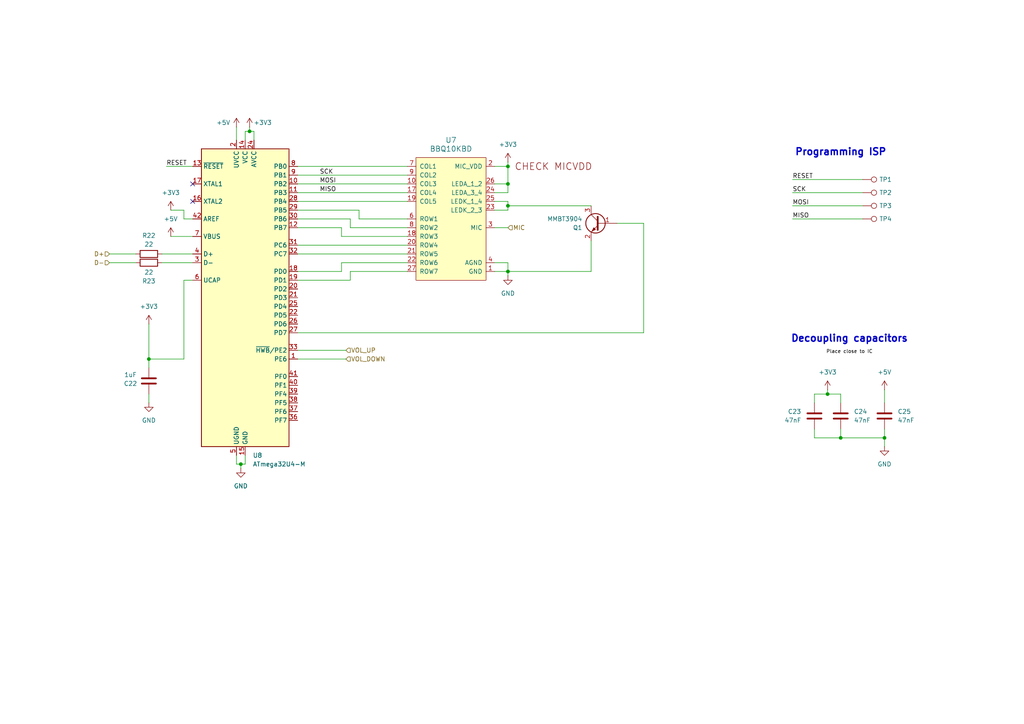
<source format=kicad_sch>
(kicad_sch (version 20231120) (generator "eeschema") (generator_version "8.0")
  (paper "A4")
  (title_block (title "Keyboard") (date "2025-01-24 - 2025-01-26") (rev "Prototype v0") (company "xamuel.xyz"))
  (lib_symbols
    (symbol "Connector:TestPoint" (pin_numbers hide) (pin_names (offset 0.762) hide)
      (property "Reference" "TP" (at 0 6.858 0))
      (property "Value" "TestPoint" (at 0 5.08 0))
      (symbol "TestPoint_0_1"
        (circle (center 0 3.302) (radius 0.762))
      )
      (symbol "TestPoint_1_1"
        (pin passive line (at 0 0 90) (length 2.54) (name "1") (number "1"))
      )
    )
    (symbol "Device:C" (pin_numbers hide) (pin_names (offset 0.254))
      (property "Reference" "C" (at 0.635 2.54 0))
      (property "Value" "C" (at 0.635 -2.54 0))
      (symbol "C_0_1"
        (polyline (pts (xy -2.032 -0.762) (xy 2.032 -0.762)) (stroke (width 0.508)))
        (polyline (pts (xy -2.032 0.762) (xy 2.032 0.762)) (stroke (width 0.508)))
      )
      (symbol "C_1_1"
        (pin passive line (at 0 3.81 270) (length 2.794) (name "~") (number "1"))
        (pin passive line (at 0 -3.81 90) (length 2.794) (name "~") (number "2"))
      )
    )
    (symbol "Device:R" (pin_numbers hide) (pin_names (offset 0))
      (property "Reference" "R" (at 2.032 0 90))
      (property "Value" "R" (at 0 0 90))
      (symbol "R_0_1"
        (rectangle (start -1.016 -2.54) (end 1.016 2.54) (stroke (width 0.254)))
      )
      (symbol "R_1_1"
        (pin passive line (at 0 3.81 270) (length 1.27) (name "~") (number "1"))
        (pin passive line (at 0 -3.81 90) (length 1.27) (name "~") (number "2"))
      )
    )
    (symbol "MCU_Microchip_ATmega:ATmega32U4-M"
      (property "Reference" "U" (at -12.7 44.45 0))
      (property "Value" "ATmega32U4-M" (at 2.54 -44.45 0))
      (symbol "ATmega32U4-M_0_1"
        (rectangle (start -12.7 -43.18) (end 12.7 43.18) (stroke (width 0.254)) (fill (type background)))
      )
      (symbol "ATmega32U4-M_1_1"
        (pin bidirectional line (at 15.24 -17.78 180) (length 2.54) (name "PE6") (number "1"))
        (pin bidirectional line (at 15.24 33.02 180) (length 2.54) (name "PB2") (number "10"))
        (pin bidirectional line (at 15.24 30.48 180) (length 2.54) (name "PB3") (number "11"))
        (pin bidirectional line (at 15.24 20.32 180) (length 2.54) (name "PB7") (number "12"))
        (pin input line (at -15.24 38.1 0) (length 2.54) (name "~{RESET}") (number "13"))
        (pin power_in line (at 0 45.72 270) (length 2.54) (name "VCC") (number "14"))
        (pin power_in line (at 0 -45.72 90) (length 2.54) (name "GND") (number "15"))
        (pin output line (at -15.24 27.94 0) (length 2.54) (name "XTAL2") (number "16"))
        (pin input line (at -15.24 33.02 0) (length 2.54) (name "XTAL1") (number "17"))
        (pin bidirectional line (at 15.24 7.62 180) (length 2.54) (name "PD0") (number "18"))
        (pin bidirectional line (at 15.24 5.08 180) (length 2.54) (name "PD1") (number "19"))
        (pin power_in line (at -2.54 45.72 270) (length 2.54) (name "UVCC") (number "2"))
        (pin bidirectional line (at 15.24 2.54 180) (length 2.54) (name "PD2") (number "20"))
        (pin bidirectional line (at 15.24 0 180) (length 2.54) (name "PD3") (number "21"))
        (pin bidirectional line (at 15.24 -5.08 180) (length 2.54) (name "PD5") (number "22"))
        (pin passive line (at 0 -45.72 90) (length 2.54) hide (name "GND") (number "23"))
        (pin power_in line (at 2.54 45.72 270) (length 2.54) (name "AVCC") (number "24"))
        (pin bidirectional line (at 15.24 -2.54 180) (length 2.54) (name "PD4") (number "25"))
        (pin bidirectional line (at 15.24 -7.62 180) (length 2.54) (name "PD6") (number "26"))
        (pin bidirectional line (at 15.24 -10.16 180) (length 2.54) (name "PD7") (number "27"))
        (pin bidirectional line (at 15.24 27.94 180) (length 2.54) (name "PB4") (number "28"))
        (pin bidirectional line (at 15.24 25.4 180) (length 2.54) (name "PB5") (number "29"))
        (pin bidirectional line (at -15.24 10.16 0) (length 2.54) (name "D-") (number "3"))
        (pin bidirectional line (at 15.24 22.86 180) (length 2.54) (name "PB6") (number "30"))
        (pin bidirectional line (at 15.24 15.24 180) (length 2.54) (name "PC6") (number "31"))
        (pin bidirectional line (at 15.24 12.7 180) (length 2.54) (name "PC7") (number "32"))
        (pin bidirectional line (at 15.24 -15.24 180) (length 2.54) (name "~{HWB}/PE2") (number "33"))
        (pin passive line (at 0 45.72 270) (length 2.54) hide (name "VCC") (number "34"))
        (pin passive line (at 0 -45.72 90) (length 2.54) hide (name "GND") (number "35"))
        (pin bidirectional line (at 15.24 -35.56 180) (length 2.54) (name "PF7") (number "36"))
        (pin bidirectional line (at 15.24 -33.02 180) (length 2.54) (name "PF6") (number "37"))
        (pin bidirectional line (at 15.24 -30.48 180) (length 2.54) (name "PF5") (number "38"))
        (pin bidirectional line (at 15.24 -27.94 180) (length 2.54) (name "PF4") (number "39"))
        (pin bidirectional line (at -15.24 12.7 0) (length 2.54) (name "D+") (number "4"))
        (pin bidirectional line (at 15.24 -25.4 180) (length 2.54) (name "PF1") (number "40"))
        (pin bidirectional line (at 15.24 -22.86 180) (length 2.54) (name "PF0") (number "41"))
        (pin passive line (at -15.24 22.86 0) (length 2.54) (name "AREF") (number "42"))
        (pin passive line (at 0 -45.72 90) (length 2.54) hide (name "GND") (number "43"))
        (pin passive line (at 2.54 45.72 270) (length 2.54) hide (name "AVCC") (number "44"))
        (pin passive line (at 0 -45.72 90) (length 2.54) hide (name "GND") (number "45"))
        (pin passive line (at -2.54 -45.72 90) (length 2.54) (name "UGND") (number "5"))
        (pin passive line (at -15.24 5.08 0) (length 2.54) (name "UCAP") (number "6"))
        (pin input line (at -15.24 17.78 0) (length 2.54) (name "VBUS") (number "7"))
        (pin bidirectional line (at 15.24 38.1 180) (length 2.54) (name "PB0") (number "8"))
        (pin bidirectional line (at 15.24 35.56 180) (length 2.54) (name "PB1") (number "9"))
      )
    )
    (symbol "Transistor_BJT:MMBT3904" (pin_names (offset 0) hide)
      (property "Reference" "Q" (at 5.08 1.905 0))
      (property "Value" "MMBT3904" (at 5.08 0 0))
      (symbol "MMBT3904_0_1"
        (polyline (pts (xy 0.635 0.635) (xy 2.54 2.54)))
        (polyline (pts (xy 0.635 -0.635) (xy 2.54 -2.54) (xy 2.54 -2.54)))
        (polyline (pts (xy 0.635 1.905) (xy 0.635 -1.905) (xy 0.635 -1.905)) (stroke (width 0.508)))
        (polyline (pts (xy 1.27 -1.778) (xy 1.778 -1.27) (xy 2.286 -2.286) (xy 1.27 -1.778) (xy 1.27 -1.778)) (fill (type outline)))
        (circle (center 1.27 0) (radius 2.8194) (stroke (width 0.254)))
      )
      (symbol "MMBT3904_1_1"
        (pin input line (at -5.08 0 0) (length 5.715) (name "B") (number "1"))
        (pin passive line (at 2.54 -5.08 90) (length 2.54) (name "E") (number "2"))
        (pin passive line (at 2.54 5.08 270) (length 2.54) (name "C") (number "3"))
      )
    )
    (symbol "linuxpocket:BBQ10KBD" (pin_names (offset 1.016))
      (property "Reference" "U" (at 10.16 19.05 0))
      (property "Value" "BBQ10KBD" (at 1.27 -19.05 0))
      (symbol "BBQ10KBD_0_1"
        (rectangle (start -10.16 17.78) (end 10.16 -17.78) (fill (type background)))
      )
      (symbol "BBQ10KBD_1_1"
        (pin power_in line (at -12.7 -15.24 0) (length 2.54) (name "GND") (number "1"))
        (pin output line (at 12.7 10.16 180) (length 2.54) (name "COL3") (number "10"))
        (pin passive line (at -12.7 -15.24 0) (length 2.54) hide (name "GND") (number "11"))
        (pin passive line (at -12.7 -15.24 0) (length 2.54) hide (name "GND") (number "12"))
        (pin passive line (at -12.7 -15.24 0) (length 2.54) hide (name "GND") (number "13"))
        (pin passive line (at -12.7 -15.24 0) (length 2.54) hide (name "GND") (number "14"))
        (pin passive line (at -12.7 -15.24 0) (length 2.54) hide (name "GND") (number "15"))
        (pin passive line (at -12.7 -15.24 0) (length 2.54) hide (name "GND") (number "16"))
        (pin output line (at 12.7 7.62 180) (length 2.54) (name "COL4") (number "17"))
        (pin output line (at 12.7 -5.08 180) (length 2.54) (name "ROW3") (number "18"))
        (pin output line (at 12.7 5.08 180) (length 2.54) (name "COL5") (number "19"))
        (pin power_in line (at -12.7 15.24 0) (length 2.54) (name "MIC_VDD") (number "2"))
        (pin output line (at 12.7 -7.62 180) (length 2.54) (name "ROW4") (number "20"))
        (pin output line (at 12.7 -10.16 180) (length 2.54) (name "ROW5") (number "21"))
        (pin output line (at 12.7 -12.7 180) (length 2.54) (name "ROW6") (number "22"))
        (pin input line (at -12.7 2.54 0) (length 2.54) (name "LEDK_2_3") (number "23"))
        (pin power_in line (at -12.7 7.62 0) (length 2.54) (name "LEDA_3_4") (number "24"))
        (pin input line (at -12.7 5.08 0) (length 2.54) (name "LEDK_1_4") (number "25"))
        (pin power_in line (at -12.7 10.16 0) (length 2.54) (name "LEDA_1_2") (number "26"))
        (pin output line (at 12.7 -15.24 180) (length 2.54) (name "ROW7") (number "27"))
        (pin passive line (at -12.7 -15.24 0) (length 2.54) hide (name "GND") (number "28"))
        (pin output line (at -12.7 -2.54 0) (length 2.54) (name "MIC") (number "3"))
        (pin power_in line (at -12.7 -12.7 0) (length 2.54) (name "AGND") (number "4"))
        (pin passive line (at -12.7 -15.24 0) (length 2.54) hide (name "GND") (number "5"))
        (pin output line (at 12.7 0 180) (length 2.54) (name "ROW1") (number "6"))
        (pin output line (at 12.7 15.24 180) (length 2.54) (name "COL1") (number "7"))
        (pin output line (at 12.7 -2.54 180) (length 2.54) (name "ROW2") (number "8"))
        (pin output line (at 12.7 12.7 180) (length 2.54) (name "COL2") (number "9"))
      )
    )
    (symbol "power:+3V3" (power) (pin_numbers hide) (pin_names (offset 0) hide)
      (property "Value" "+3V3" (at 0 3.556 0))
      (symbol "+3V3_0_1"
        (polyline (pts (xy -0.762 1.27) (xy 0 2.54)))
        (polyline (pts (xy 0 0) (xy 0 2.54)))
        (polyline (pts (xy 0 2.54) (xy 0.762 1.27)))
      )
      (symbol "+3V3_1_1"
        (pin power_in line (at 0 0 90) (length 0) (name "~") (number "1"))
      )
    )
    (symbol "power:+5V" (power) (pin_numbers hide) (pin_names (offset 0) hide)
      (property "Value" "+5V" (at 0 3.556 0))
      (symbol "+5V_0_1"
        (polyline (pts (xy -0.762 1.27) (xy 0 2.54)))
        (polyline (pts (xy 0 0) (xy 0 2.54)))
        (polyline (pts (xy 0 2.54) (xy 0.762 1.27)))
      )
      (symbol "+5V_1_1"
        (pin power_in line (at 0 0 90) (length 0) (name "~") (number "1"))
      )
    )
    (symbol "power:GND" (power) (pin_numbers hide) (pin_names (offset 0) hide)
      (property "Value" "GND" (at 0 -3.81 0))
      (symbol "GND_0_1"
        (polyline (pts (xy 0 0) (xy 0 -1.27) (xy 1.27 -1.27) (xy 0 -2.54) (xy -1.27 -1.27) (xy 0 -1.27)))
      )
      (symbol "GND_1_1"
        (pin power_in line (at 0 0 270) (length 0) (name "~") (number "1"))
      )
    )
  )
  (junction (at 72.39 38.1))
  (junction (at 147.32 59.69))
  (junction (at 256.54 127))
  (junction (at 147.32 48.26))
  (junction (at 240.03 114.3))
  (junction (at 147.32 78.74))
  (junction (at 69.85 134.62))
  (junction (at 243.84 127))
  (junction (at 147.32 53.34))
  (junction (at 43.18 104.14))
  (no_connect (at 55.88 58.42))
  (no_connect (at 55.88 53.34))
  (wire (pts (xy 86.36 66.04) (xy 99.06 66.04)))
  (wire (pts (xy 101.6 78.74) (xy 118.11 78.74)))
  (wire (pts (xy 86.36 104.14) (xy 100.33 104.14)))
  (wire (pts (xy 72.39 38.1) (xy 73.66 38.1)))
  (wire (pts (xy 86.36 101.6) (xy 100.33 101.6)))
  (wire (pts (xy 69.85 134.62) (xy 69.85 135.89)))
  (wire (pts (xy 46.99 73.66) (xy 55.88 73.66)))
  (wire (pts (xy 171.45 78.74) (xy 147.32 78.74)))
  (wire (pts (xy 229.87 63.5) (xy 250.19 63.5)))
  (wire (pts (xy 99.06 78.74) (xy 99.06 76.2)))
  (wire (pts (xy 49.53 68.58) (xy 55.88 68.58)))
  (wire (pts (xy 101.6 81.28) (xy 101.6 78.74)))
  (wire (pts (xy 53.34 60.96) (xy 53.34 63.5)))
  (wire (pts (xy 86.36 71.12) (xy 118.11 71.12)))
  (wire (pts (xy 147.32 78.74) (xy 147.32 76.2)))
  (wire (pts (xy 147.32 60.96) (xy 143.51 60.96)))
  (wire (pts (xy 86.36 78.74) (xy 99.06 78.74)))
  (wire (pts (xy 86.36 73.66) (xy 118.11 73.66)))
  (wire (pts (xy 147.32 53.34) (xy 147.32 55.88)))
  (wire (pts (xy 101.6 66.04) (xy 101.6 63.5)))
  (wire (pts (xy 147.32 58.42) (xy 147.32 59.69)))
  (wire (pts (xy 72.39 36.83) (xy 72.39 38.1)))
  (wire (pts (xy 86.36 48.26) (xy 118.11 48.26)))
  (wire (pts (xy 99.06 68.58) (xy 99.06 66.04)))
  (wire (pts (xy 53.34 63.5) (xy 55.88 63.5)))
  (wire (pts (xy 53.34 81.28) (xy 55.88 81.28)))
  (wire (pts (xy 143.51 58.42) (xy 147.32 58.42)))
  (wire (pts (xy 171.45 69.85) (xy 171.45 78.74)))
  (wire (pts (xy 73.66 38.1) (xy 73.66 40.64)))
  (wire (pts (xy 229.87 55.88) (xy 250.19 55.88)))
  (wire (pts (xy 240.03 113.03) (xy 240.03 114.3)))
  (wire (pts (xy 71.12 38.1) (xy 72.39 38.1)))
  (wire (pts (xy 86.36 58.42) (xy 118.11 58.42)))
  (wire (pts (xy 53.34 104.14) (xy 43.18 104.14)))
  (wire (pts (xy 229.87 59.69) (xy 250.19 59.69)))
  (wire (pts (xy 147.32 48.26) (xy 147.32 53.34)))
  (wire (pts (xy 236.22 116.84) (xy 236.22 114.3)))
  (wire (pts (xy 143.51 66.04) (xy 147.32 66.04)))
  (wire (pts (xy 243.84 127) (xy 243.84 124.46)))
  (wire (pts (xy 101.6 66.04) (xy 118.11 66.04)))
  (wire (pts (xy 143.51 53.34) (xy 147.32 53.34)))
  (wire (pts (xy 86.36 55.88) (xy 118.11 55.88)))
  (wire (pts (xy 147.32 46.99) (xy 147.32 48.26)))
  (wire (pts (xy 256.54 129.54) (xy 256.54 127)))
  (wire (pts (xy 147.32 59.69) (xy 147.32 60.96)))
  (wire (pts (xy 68.58 134.62) (xy 69.85 134.62)))
  (wire (pts (xy 86.36 96.52) (xy 186.69 96.52)))
  (wire (pts (xy 68.58 132.08) (xy 68.58 134.62)))
  (wire (pts (xy 147.32 78.74) (xy 143.51 78.74)))
  (wire (pts (xy 147.32 59.69) (xy 171.45 59.69)))
  (wire (pts (xy 147.32 55.88) (xy 143.51 55.88)))
  (wire (pts (xy 46.99 76.2) (xy 55.88 76.2)))
  (wire (pts (xy 86.36 81.28) (xy 101.6 81.28)))
  (wire (pts (xy 99.06 76.2) (xy 118.11 76.2)))
  (wire (pts (xy 229.87 52.07) (xy 250.19 52.07)))
  (wire (pts (xy 31.75 73.66) (xy 39.37 73.66)))
  (wire (pts (xy 147.32 78.74) (xy 147.32 80.01)))
  (wire (pts (xy 143.51 76.2) (xy 147.32 76.2)))
  (wire (pts (xy 43.18 114.3) (xy 43.18 116.84)))
  (wire (pts (xy 69.85 134.62) (xy 71.12 134.62)))
  (wire (pts (xy 104.14 63.5) (xy 118.11 63.5)))
  (wire (pts (xy 43.18 104.14) (xy 43.18 106.68)))
  (wire (pts (xy 240.03 114.3) (xy 243.84 114.3)))
  (wire (pts (xy 243.84 114.3) (xy 243.84 116.84)))
  (wire (pts (xy 48.26 48.26) (xy 55.88 48.26)))
  (wire (pts (xy 86.36 63.5) (xy 101.6 63.5)))
  (wire (pts (xy 31.75 76.2) (xy 39.37 76.2)))
  (wire (pts (xy 86.36 60.96) (xy 104.14 60.96)))
  (wire (pts (xy 86.36 53.34) (xy 118.11 53.34)))
  (wire (pts (xy 71.12 132.08) (xy 71.12 134.62)))
  (wire (pts (xy 236.22 127) (xy 243.84 127)))
  (wire (pts (xy 104.14 63.5) (xy 104.14 60.96)))
  (wire (pts (xy 256.54 124.46) (xy 256.54 127)))
  (wire (pts (xy 143.51 48.26) (xy 147.32 48.26)))
  (wire (pts (xy 236.22 124.46) (xy 236.22 127)))
  (wire (pts (xy 68.58 36.83) (xy 68.58 40.64)))
  (wire (pts (xy 71.12 38.1) (xy 71.12 40.64)))
  (wire (pts (xy 99.06 68.58) (xy 118.11 68.58)))
  (wire (pts (xy 53.34 81.28) (xy 53.34 104.14)))
  (wire (pts (xy 256.54 127) (xy 243.84 127)))
  (wire (pts (xy 236.22 114.3) (xy 240.03 114.3)))
  (wire (pts (xy 86.36 50.8) (xy 118.11 50.8)))
  (wire (pts (xy 43.18 93.98) (xy 43.18 104.14)))
  (wire (pts (xy 186.69 96.52) (xy 186.69 64.77)))
  (wire (pts (xy 256.54 113.03) (xy 256.54 116.84)))
  (wire (pts (xy 49.53 60.96) (xy 53.34 60.96)))
  (wire (pts (xy 186.69 64.77) (xy 179.07 64.77)))
  (text "Decoupling capacitors" (at 246.38 98.298 0) (effects (font (size 2 2) (thickness 0.4) (bold yes))))
  (text "CHECK MICVDD" (at 160.528 48.514 0) (effects (font (size 2 2))))
  (text "Place close to IC" (at 246.38 102.108 0) (effects (font (size 1 1) (thickness 0.125))))
  (text "Programming ISP" (at 243.84 44.196 0) (effects (font (size 2 2) (thickness 0.4) (bold yes))))
  (label "MOSI" (at 92.71 53.34 0))
  (label "MISO" (at 92.71 55.88 0))
  (label "RESET" (at 229.87 52.07 0))
  (label "SCK" (at 229.87 55.88 0))
  (label "RESET" (at 48.26 48.26 0))
  (label "MOSI" (at 229.87 59.69 0))
  (label "SCK" (at 92.71 50.8 0))
  (label "MISO" (at 229.87 63.5 0))
  (hierarchical_label "VOL_DOWN" (shape input) (at 100.33 104.14 0))
  (hierarchical_label "D+" (shape input) (at 31.75 73.66 180))
  (hierarchical_label "D-" (shape input) (at 31.75 76.2 180))
  (hierarchical_label "MIC" (shape input) (at 147.32 66.04 0))
  (hierarchical_label "VOL_UP" (shape input) (at 100.33 101.6 0))
  (symbol (lib_id "Connector:TestPoint") (at 250.19 59.69 270) (unit 1)
    (property "Reference" "TP3" (at 255.016 59.69 90) (effects (justify left)))
    (property "Value" "TestPoint" (effects (hide yes)))
    (property "Description" "test point" (effects (hide yes)))
  )
  (symbol (lib_id "power:GND") (at 43.18 116.84 0) (unit 1)
    (property "Reference" "#PWR053" (effects (hide yes)))
    (property "Value" "GND" (at 43.18 121.92 0))
    (property "Description" "Power symbol creates a global label with name \"GND\" , ground" (effects (hide yes)))
  )
  (symbol (lib_id "linuxpocket:BBQ10KBD") (at 130.81 63.5 0) (mirror y) (unit 1)
    (property "Reference" "U7" (at 130.81 40.64 0) (effects (font (size 1.524 1.524))))
    (property "Value" "BBQ10KBD" (at 130.81 43.18 0) (effects (font (size 1.524 1.524))))
    (property "Footprint" "linuxpocket:BM14B(0.8)-24DS-0.4V(53)" (effects (hide yes)))
    (property "Datasheet" "https://wmsc.lcsc.com/wmsc/upload/file/pdf/v2/lcsc/2404151535_HRS-Hirose-BM14B-0-8-24DS-0-4V-51_C5577268.pdf" (effects (hide yes)))
  )
  (symbol (lib_id "power:+5V") (at 256.54 113.03 0) (unit 1)
    (property "Reference" "#PWR060" (effects (hide yes)))
    (property "Value" "+5V" (at 256.54 107.95 0))
    (property "Description" "Power symbol creates a global label with name \"+5V\"" (effects (hide yes)))
  )
  (symbol (lib_id "power:GND") (at 147.32 80.01 0) (unit 1)
    (property "Reference" "#PWR051" (effects (hide yes)))
    (property "Value" "GND" (at 147.32 85.09 0))
    (property "Description" "Power symbol creates a global label with name \"GND\" , ground" (effects (hide yes)))
  )
  (symbol (lib_id "Connector:TestPoint") (at 250.19 55.88 270) (unit 1)
    (property "Reference" "TP2" (at 255.016 55.88 90) (effects (justify left)))
    (property "Value" "TestPoint" (effects (hide yes)))
    (property "Description" "test point" (effects (hide yes)))
  )
  (symbol (lib_id "power:+5V") (at 68.58 36.83 0) (unit 1)
    (property "Reference" "#PWR055" (effects (hide yes)))
    (property "Value" "+5V" (at 64.77 35.56 0))
    (property "Description" "Power symbol creates a global label with name \"+5V\"" (effects (hide yes)))
  )
  (symbol (lib_id "Transistor_BJT:MMBT3904") (at 173.99 64.77 0) (mirror y) (unit 1)
    (property "Reference" "Q1" (at 168.91 66.0401 0) (effects (justify left)))
    (property "Value" "MMBT3904" (at 168.91 63.5001 0) (effects (justify left)))
    (property "Footprint" "Package_TO_SOT_SMD:SOT-23" (effects (hide yes)))
    (property "Datasheet" "https://www.onsemi.com/pdf/datasheet/pzt3904-d.pdf" (effects (hide yes)))
    (property "Description" "0.2A Ic, 40V Vce, Small Signal NPN Transistor, SOT-23" (effects (hide yes)))
    (property "LCSC" "C2150" (effects (hide yes)))
  )
  (symbol (lib_id "Connector:TestPoint") (at 250.19 63.5 270) (unit 1)
    (property "Reference" "TP4" (at 255.016 63.5 90) (effects (justify left)))
    (property "Value" "TestPoint" (effects (hide yes)))
    (property "Description" "test point" (effects (hide yes)))
  )
  (symbol (lib_id "power:+5V") (at 49.53 68.58 0) (unit 1)
    (property "Reference" "#PWR056" (effects (hide yes)))
    (property "Value" "+5V" (at 49.53 63.5 0))
    (property "Description" "Power symbol creates a global label with name \"+5V\"" (effects (hide yes)))
  )
  (symbol (lib_id "Device:C") (at 43.18 110.49 0) (unit 1)
    (property "Reference" "C22" (at 37.846 111.252 0))
    (property "Value" "1uF" (at 37.846 108.712 0))
    (property "Footprint" "Capacitor_SMD:C_0402_1005Metric" (effects (hide yes)))
    (property "Description" "Unpolarized capacitor" (effects (hide yes)))
    (property "LCSC" "C52923" (effects (hide yes)))
  )
  (symbol (lib_id "power:+3V3") (at 147.32 46.99 0) (unit 1)
    (property "Reference" "#PWR052" (effects (hide yes)))
    (property "Value" "+3V3" (at 147.32 41.91 0))
    (property "Description" "Power symbol creates a global label with name \"+3V3\"" (effects (hide yes)))
  )
  (symbol (lib_id "Device:R") (at 43.18 76.2 270) (unit 1)
    (property "Reference" "R23" (at 43.18 81.534 90))
    (property "Value" "22" (at 43.18 78.994 90))
    (property "Description" "Resistor" (effects (hide yes)))
  )
  (symbol (lib_id "power:GND") (at 69.85 135.89 0) (unit 1)
    (property "Reference" "#PWR049" (effects (hide yes)))
    (property "Value" "GND" (at 69.85 140.97 0))
    (property "Description" "Power symbol creates a global label with name \"GND\" , ground" (effects (hide yes)))
  )
  (symbol (lib_id "Device:C") (at 256.54 120.65 0) (mirror y) (unit 1)
    (property "Reference" "C25" (at 260.35 119.3799 0) (effects (justify right)))
    (property "Value" "47nF" (at 260.35 121.9199 0) (effects (justify right)))
    (property "Description" "Unpolarized capacitor" (effects (hide yes)))
  )
  (symbol (lib_id "MCU_Microchip_ATmega:ATmega32U4-M") (at 71.12 86.36 0) (unit 1)
    (property "Reference" "U8" (at 73.3141 132.08 0) (effects (justify left)))
    (property "Value" "ATmega32U4-M" (at 73.3141 134.62 0) (effects (justify left)))
    (property "Footprint" "Package_DFN_QFN:QFN-44-1EP_7x7mm_P0.5mm_EP5.2x5.2mm" (effects (hide yes)))
    (property "Datasheet" "http://ww1.microchip.com/downloads/en/DeviceDoc/Atmel-7766-8-bit-AVR-ATmega16U4-32U4_Datasheet.pdf" (effects (hide yes)))
    (property "Description" "16MHz, 32kB Flash, 2.5kB SRAM, 1kB EEPROM, USB 2.0, QFN-44" (effects (hide yes)))
  )
  (symbol (lib_id "power:+3V3") (at 240.03 113.03 0) (unit 1)
    (property "Reference" "#PWR059" (effects (hide yes)))
    (property "Value" "+3V3" (at 240.03 107.95 0))
    (property "Description" "Power symbol creates a global label with name \"+3V3\"" (effects (hide yes)))
  )
  (symbol (lib_id "Device:C") (at 236.22 120.65 0) (mirror x) (unit 1)
    (property "Reference" "C23" (at 232.41 119.3799 0) (effects (justify right)))
    (property "Value" "47nF" (at 232.41 121.9199 0) (effects (justify right)))
    (property "Description" "Unpolarized capacitor" (effects (hide yes)))
  )
  (symbol (lib_id "Device:R") (at 43.18 73.66 90) (unit 1)
    (property "Reference" "R22" (at 43.18 68.326 90))
    (property "Value" "22" (at 43.18 70.866 90))
    (property "Description" "Resistor" (effects (hide yes)))
  )
  (symbol (lib_id "Connector:TestPoint") (at 250.19 52.07 270) (unit 1)
    (property "Reference" "TP1" (at 255.016 52.07 90) (effects (justify left)))
    (property "Value" "TestPoint" (effects (hide yes)))
    (property "Description" "test point" (effects (hide yes)))
  )
  (symbol (lib_id "Device:C") (at 243.84 120.65 0) (mirror y) (unit 1)
    (property "Reference" "C24" (at 247.65 119.3799 0) (effects (justify right)))
    (property "Value" "47nF" (at 247.65 121.9199 0) (effects (justify right)))
    (property "Description" "Unpolarized capacitor" (effects (hide yes)))
  )
  (symbol (lib_id "power:+3V3") (at 43.18 93.98 0) (unit 1)
    (property "Reference" "#PWR054" (effects (hide yes)))
    (property "Value" "+3V3" (at 43.18 88.9 0))
    (property "Description" "Power symbol creates a global label with name \"+3V3\"" (effects (hide yes)))
  )
  (symbol (lib_id "power:+3V3") (at 49.53 60.96 0) (unit 1)
    (property "Reference" "#PWR057" (effects (hide yes)))
    (property "Value" "+3V3" (at 49.53 55.88 0))
    (property "Description" "Power symbol creates a global label with name \"+3V3\"" (effects (hide yes)))
  )
  (symbol (lib_id "power:+3V3") (at 72.39 36.83 0) (unit 1)
    (property "Reference" "#PWR050" (effects (hide yes)))
    (property "Value" "+3V3" (at 76.2 35.56 0))
    (property "Description" "Power symbol creates a global label with name \"+3V3\"" (effects (hide yes)))
  )
  (symbol (lib_id "power:GND") (at 256.54 129.54 0) (unit 1)
    (property "Reference" "#PWR058" (effects (hide yes)))
    (property "Value" "GND" (at 256.54 134.62 0))
    (property "Description" "Power symbol creates a global label with name \"GND\" , ground" (effects (hide yes)))
  )
)
</source>
